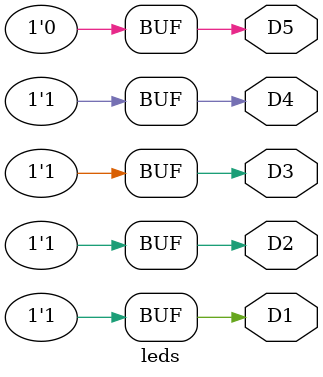
<source format=v>

module leds(output wire D1,
            output wire D2,
            output wire D3,
            output wire D4,
            output wire D5);

assign D1 = 1'b1;
assign D2 = 1'b1;
assign D3 = 1'b1;
assign D4 = 1'b1;
assign D5 = 1'b0;

endmodule

</source>
